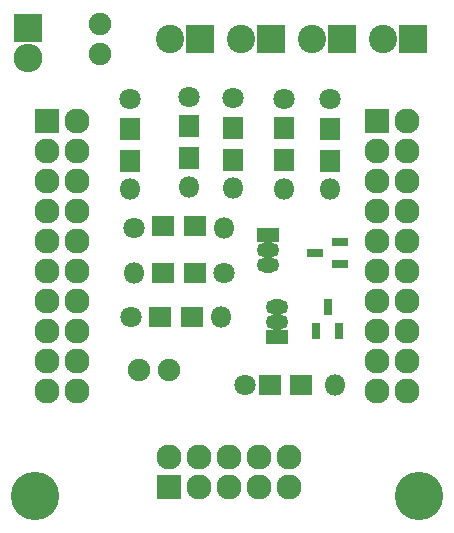
<source format=gts>
G04 #@! TF.GenerationSoftware,KiCad,Pcbnew,(5.0.0)*
G04 #@! TF.CreationDate,2019-04-22T16:32:08+09:00*
G04 #@! TF.ProjectId,USBi_Programmer,555342695F50726F6772616D6D65722E,rev?*
G04 #@! TF.SameCoordinates,Original*
G04 #@! TF.FileFunction,Soldermask,Top*
G04 #@! TF.FilePolarity,Negative*
%FSLAX46Y46*%
G04 Gerber Fmt 4.6, Leading zero omitted, Abs format (unit mm)*
G04 Created by KiCad (PCBNEW (5.0.0)) date 04/22/19 16:32:08*
%MOMM*%
%LPD*%
G01*
G04 APERTURE LIST*
%ADD10O,1.900000X1.300000*%
%ADD11R,1.900000X1.300000*%
%ADD12C,1.901140*%
%ADD13R,2.400000X2.400000*%
%ADD14C,2.400000*%
%ADD15O,2.127200X2.127200*%
%ADD16R,2.127200X2.127200*%
%ADD17R,2.432000X2.432000*%
%ADD18O,2.432000X2.432000*%
%ADD19R,0.740000X1.440000*%
%ADD20R,1.440000X0.740000*%
%ADD21O,1.800000X1.800000*%
%ADD22C,1.800000*%
%ADD23C,4.100000*%
%ADD24R,1.700000X1.900000*%
%ADD25R,1.900000X1.700000*%
G04 APERTURE END LIST*
D10*
G04 #@! TO.C,Q1*
X124206000Y-161798000D03*
X124206000Y-160528000D03*
D11*
X124206000Y-163068000D03*
G04 #@! TD*
D12*
G04 #@! TO.C,C1*
X109220000Y-139065000D03*
X109220000Y-136525000D03*
G04 #@! TD*
D13*
G04 #@! TO.C,D1*
X129779000Y-137811000D03*
D14*
X127239000Y-137811000D03*
G04 #@! TD*
D13*
G04 #@! TO.C,D2*
X123739000Y-137811000D03*
D14*
X121199000Y-137811000D03*
G04 #@! TD*
D13*
G04 #@! TO.C,D3*
X117739000Y-137811000D03*
D14*
X115199000Y-137811000D03*
G04 #@! TD*
D13*
G04 #@! TO.C,D4*
X135739000Y-137811000D03*
D14*
X133199000Y-137811000D03*
G04 #@! TD*
D12*
G04 #@! TO.C,C2*
X115062000Y-165862000D03*
X112522000Y-165862000D03*
G04 #@! TD*
D15*
G04 #@! TO.C,P1*
X107315000Y-167640000D03*
X104775000Y-167640000D03*
X107315000Y-165100000D03*
X104775000Y-165100000D03*
X107315000Y-162560000D03*
X104775000Y-162560000D03*
X107315000Y-160020000D03*
X104775000Y-160020000D03*
X107315000Y-157480000D03*
X104775000Y-157480000D03*
X107315000Y-154940000D03*
X104775000Y-154940000D03*
X107315000Y-152400000D03*
X104775000Y-152400000D03*
X107315000Y-149860000D03*
X104775000Y-149860000D03*
X107315000Y-147320000D03*
X104775000Y-147320000D03*
X107315000Y-144780000D03*
D16*
X104775000Y-144780000D03*
G04 #@! TD*
G04 #@! TO.C,P2*
X115062000Y-175768000D03*
D15*
X115062000Y-173228000D03*
X117602000Y-175768000D03*
X117602000Y-173228000D03*
X120142000Y-175768000D03*
X120142000Y-173228000D03*
X122682000Y-175768000D03*
X122682000Y-173228000D03*
X125222000Y-175768000D03*
X125222000Y-173228000D03*
G04 #@! TD*
D17*
G04 #@! TO.C,P3*
X103205000Y-136935000D03*
D18*
X103205000Y-139475000D03*
G04 #@! TD*
D16*
G04 #@! TO.C,P4*
X132715000Y-144780000D03*
D15*
X135255000Y-144780000D03*
X132715000Y-147320000D03*
X135255000Y-147320000D03*
X132715000Y-149860000D03*
X135255000Y-149860000D03*
X132715000Y-152400000D03*
X135255000Y-152400000D03*
X132715000Y-154940000D03*
X135255000Y-154940000D03*
X132715000Y-157480000D03*
X135255000Y-157480000D03*
X132715000Y-160020000D03*
X135255000Y-160020000D03*
X132715000Y-162560000D03*
X135255000Y-162560000D03*
X132715000Y-165100000D03*
X135255000Y-165100000D03*
X132715000Y-167640000D03*
X135255000Y-167640000D03*
G04 #@! TD*
D19*
G04 #@! TO.C,Q3*
X127574000Y-162594000D03*
X129474000Y-162594000D03*
X128524000Y-160494000D03*
G04 #@! TD*
D20*
G04 #@! TO.C,Q4*
X127474000Y-155956000D03*
X129574000Y-155006000D03*
X129574000Y-156906000D03*
G04 #@! TD*
D21*
G04 #@! TO.C,R1*
X111760000Y-150495000D03*
D22*
X111760000Y-142875000D03*
G04 #@! TD*
G04 #@! TO.C,R2*
X111887000Y-161370000D03*
D21*
X119507000Y-161370000D03*
G04 #@! TD*
D22*
G04 #@! TO.C,R3*
X112149000Y-153797000D03*
D21*
X119769000Y-153797000D03*
G04 #@! TD*
G04 #@! TO.C,R4*
X112171000Y-157622000D03*
D22*
X119791000Y-157622000D03*
G04 #@! TD*
D21*
G04 #@! TO.C,R5*
X120487000Y-150444000D03*
D22*
X120487000Y-142824000D03*
G04 #@! TD*
D21*
G04 #@! TO.C,R6*
X116784000Y-150340000D03*
D22*
X116784000Y-142720000D03*
G04 #@! TD*
G04 #@! TO.C,R7*
X124841000Y-142875000D03*
D21*
X124841000Y-150495000D03*
G04 #@! TD*
D22*
G04 #@! TO.C,R8*
X121539000Y-167132000D03*
D21*
X129159000Y-167132000D03*
G04 #@! TD*
G04 #@! TO.C,R9*
X128735000Y-150495000D03*
D22*
X128735000Y-142875000D03*
G04 #@! TD*
D11*
G04 #@! TO.C,Q2*
X123444000Y-154432000D03*
D10*
X123444000Y-156972000D03*
X123444000Y-155702000D03*
G04 #@! TD*
D23*
G04 #@! TO.C,REF\002A\002A*
X103759000Y-176530000D03*
G04 #@! TD*
G04 #@! TO.C,REF\002A\002A1*
X136271000Y-176530000D03*
G04 #@! TD*
D24*
G04 #@! TO.C,R10*
X111760000Y-148162000D03*
X111760000Y-145462000D03*
G04 #@! TD*
D25*
G04 #@! TO.C,R11*
X114347000Y-161370000D03*
X117047000Y-161370000D03*
G04 #@! TD*
G04 #@! TO.C,R12*
X114609000Y-153645000D03*
X117309000Y-153645000D03*
G04 #@! TD*
D24*
G04 #@! TO.C,R13*
X120487000Y-148035000D03*
X120487000Y-145335000D03*
G04 #@! TD*
D25*
G04 #@! TO.C,R14*
X126318000Y-167132000D03*
X123618000Y-167132000D03*
G04 #@! TD*
G04 #@! TO.C,R15*
X114631000Y-157622000D03*
X117331000Y-157622000D03*
G04 #@! TD*
D24*
G04 #@! TO.C,R16*
X116784000Y-145180000D03*
X116784000Y-147880000D03*
G04 #@! TD*
G04 #@! TO.C,R17*
X124841000Y-148035000D03*
X124841000Y-145335000D03*
G04 #@! TD*
G04 #@! TO.C,R18*
X128735000Y-145462000D03*
X128735000Y-148162000D03*
G04 #@! TD*
M02*

</source>
